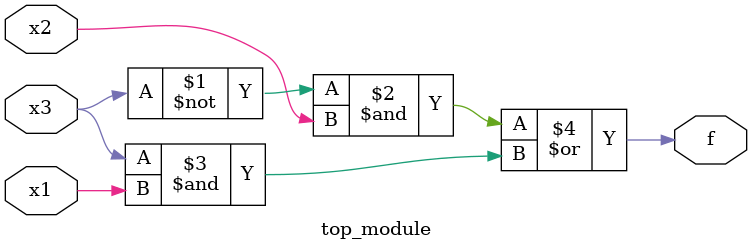
<source format=v>
module top_module( 
    input x3,
    input x2,
    input x1,  // three inputs
    output f   // one output
);
    assign f = ((~x3)& x2) | (x3&x1); // draw truth table to simplify the logic
endmodule

</source>
